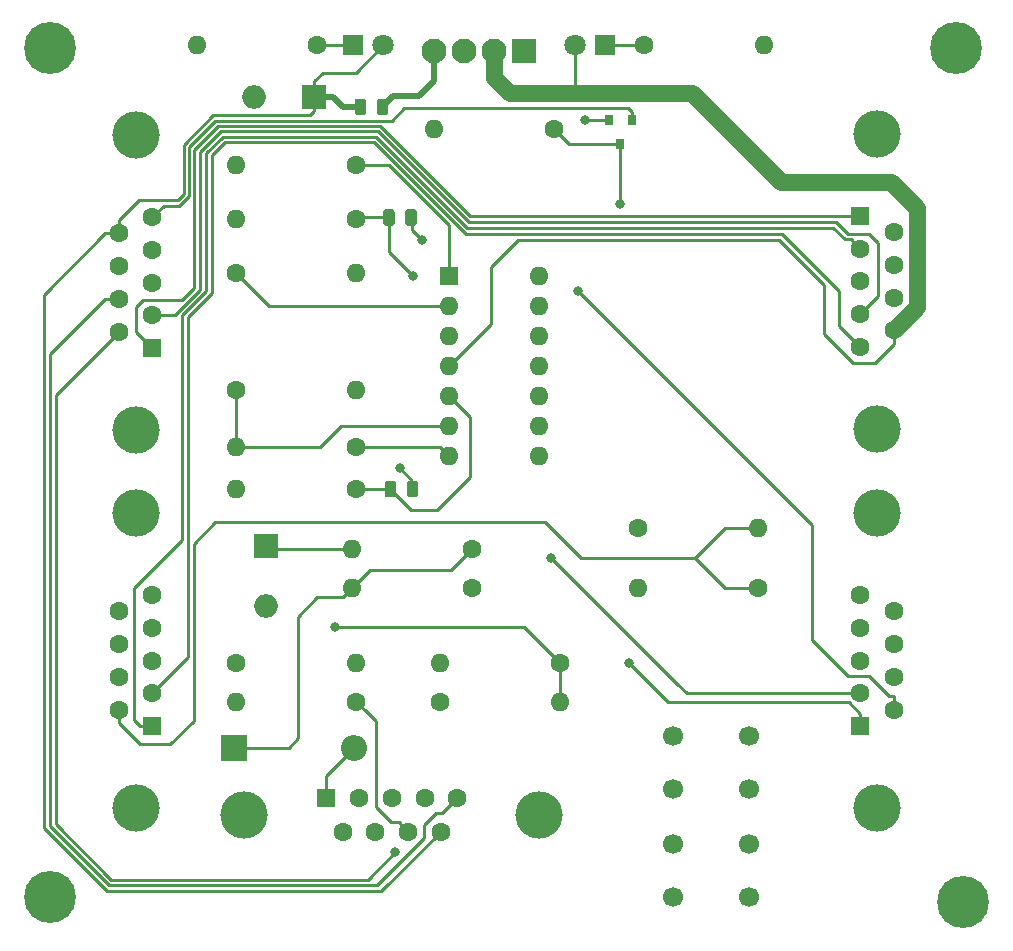
<source format=gbr>
G04 #@! TF.GenerationSoftware,KiCad,Pcbnew,(5.1.5)-3*
G04 #@! TF.CreationDate,2020-03-14T12:37:38-04:00*
G04 #@! TF.ProjectId,CB3,4342332e-6b69-4636-9164-5f7063625858,rev?*
G04 #@! TF.SameCoordinates,Original*
G04 #@! TF.FileFunction,Copper,L1,Top*
G04 #@! TF.FilePolarity,Positive*
%FSLAX46Y46*%
G04 Gerber Fmt 4.6, Leading zero omitted, Abs format (unit mm)*
G04 Created by KiCad (PCBNEW (5.1.5)-3) date 2020-03-14 12:37:38*
%MOMM*%
%LPD*%
G04 APERTURE LIST*
%ADD10C,0.100000*%
%ADD11O,1.600000X1.600000*%
%ADD12C,1.600000*%
%ADD13C,1.800000*%
%ADD14R,1.800000X1.800000*%
%ADD15O,2.000000X2.000000*%
%ADD16R,2.000000X2.000000*%
%ADD17O,2.200000X2.200000*%
%ADD18R,2.200000X2.200000*%
%ADD19R,1.600000X1.600000*%
%ADD20C,4.000000*%
%ADD21R,0.800000X0.900000*%
%ADD22C,2.100000*%
%ADD23R,2.100000X2.100000*%
%ADD24C,1.700000*%
%ADD25C,4.400000*%
%ADD26C,0.800000*%
%ADD27C,0.250000*%
%ADD28C,0.500000*%
%ADD29C,1.400000*%
G04 APERTURE END LIST*
G04 #@! TA.AperFunction,SMDPad,CuDef*
D10*
G36*
X106107142Y-46443574D02*
G01*
X106130803Y-46447084D01*
X106154007Y-46452896D01*
X106176529Y-46460954D01*
X106198153Y-46471182D01*
X106218670Y-46483479D01*
X106237883Y-46497729D01*
X106255607Y-46513793D01*
X106271671Y-46531517D01*
X106285921Y-46550730D01*
X106298218Y-46571247D01*
X106308446Y-46592871D01*
X106316504Y-46615393D01*
X106322316Y-46638597D01*
X106325826Y-46662258D01*
X106327000Y-46686150D01*
X106327000Y-47598650D01*
X106325826Y-47622542D01*
X106322316Y-47646203D01*
X106316504Y-47669407D01*
X106308446Y-47691929D01*
X106298218Y-47713553D01*
X106285921Y-47734070D01*
X106271671Y-47753283D01*
X106255607Y-47771007D01*
X106237883Y-47787071D01*
X106218670Y-47801321D01*
X106198153Y-47813618D01*
X106176529Y-47823846D01*
X106154007Y-47831904D01*
X106130803Y-47837716D01*
X106107142Y-47841226D01*
X106083250Y-47842400D01*
X105595750Y-47842400D01*
X105571858Y-47841226D01*
X105548197Y-47837716D01*
X105524993Y-47831904D01*
X105502471Y-47823846D01*
X105480847Y-47813618D01*
X105460330Y-47801321D01*
X105441117Y-47787071D01*
X105423393Y-47771007D01*
X105407329Y-47753283D01*
X105393079Y-47734070D01*
X105380782Y-47713553D01*
X105370554Y-47691929D01*
X105362496Y-47669407D01*
X105356684Y-47646203D01*
X105353174Y-47622542D01*
X105352000Y-47598650D01*
X105352000Y-46686150D01*
X105353174Y-46662258D01*
X105356684Y-46638597D01*
X105362496Y-46615393D01*
X105370554Y-46592871D01*
X105380782Y-46571247D01*
X105393079Y-46550730D01*
X105407329Y-46531517D01*
X105423393Y-46513793D01*
X105441117Y-46497729D01*
X105460330Y-46483479D01*
X105480847Y-46471182D01*
X105502471Y-46460954D01*
X105524993Y-46452896D01*
X105548197Y-46447084D01*
X105571858Y-46443574D01*
X105595750Y-46442400D01*
X106083250Y-46442400D01*
X106107142Y-46443574D01*
G37*
G04 #@! TD.AperFunction*
G04 #@! TA.AperFunction,SMDPad,CuDef*
G36*
X104232142Y-46443574D02*
G01*
X104255803Y-46447084D01*
X104279007Y-46452896D01*
X104301529Y-46460954D01*
X104323153Y-46471182D01*
X104343670Y-46483479D01*
X104362883Y-46497729D01*
X104380607Y-46513793D01*
X104396671Y-46531517D01*
X104410921Y-46550730D01*
X104423218Y-46571247D01*
X104433446Y-46592871D01*
X104441504Y-46615393D01*
X104447316Y-46638597D01*
X104450826Y-46662258D01*
X104452000Y-46686150D01*
X104452000Y-47598650D01*
X104450826Y-47622542D01*
X104447316Y-47646203D01*
X104441504Y-47669407D01*
X104433446Y-47691929D01*
X104423218Y-47713553D01*
X104410921Y-47734070D01*
X104396671Y-47753283D01*
X104380607Y-47771007D01*
X104362883Y-47787071D01*
X104343670Y-47801321D01*
X104323153Y-47813618D01*
X104301529Y-47823846D01*
X104279007Y-47831904D01*
X104255803Y-47837716D01*
X104232142Y-47841226D01*
X104208250Y-47842400D01*
X103720750Y-47842400D01*
X103696858Y-47841226D01*
X103673197Y-47837716D01*
X103649993Y-47831904D01*
X103627471Y-47823846D01*
X103605847Y-47813618D01*
X103585330Y-47801321D01*
X103566117Y-47787071D01*
X103548393Y-47771007D01*
X103532329Y-47753283D01*
X103518079Y-47734070D01*
X103505782Y-47713553D01*
X103495554Y-47691929D01*
X103487496Y-47669407D01*
X103481684Y-47646203D01*
X103478174Y-47622542D01*
X103477000Y-47598650D01*
X103477000Y-46686150D01*
X103478174Y-46662258D01*
X103481684Y-46638597D01*
X103487496Y-46615393D01*
X103495554Y-46592871D01*
X103505782Y-46571247D01*
X103518079Y-46550730D01*
X103532329Y-46531517D01*
X103548393Y-46513793D01*
X103566117Y-46497729D01*
X103585330Y-46483479D01*
X103605847Y-46471182D01*
X103627471Y-46460954D01*
X103649993Y-46452896D01*
X103673197Y-46447084D01*
X103696858Y-46443574D01*
X103720750Y-46442400D01*
X104208250Y-46442400D01*
X104232142Y-46443574D01*
G37*
G04 #@! TD.AperFunction*
D11*
X138176000Y-41910000D03*
D12*
X128016000Y-41910000D03*
D11*
X90170000Y-41910000D03*
D12*
X100330000Y-41910000D03*
D13*
X122174000Y-41910000D03*
D14*
X124714000Y-41910000D03*
D13*
X105918000Y-41910000D03*
D14*
X103378000Y-41910000D03*
D15*
X94996000Y-46278800D03*
D16*
X100076000Y-46278800D03*
D17*
X103460000Y-101400000D03*
D18*
X93300000Y-101400000D03*
D15*
X96000000Y-89380000D03*
D16*
X96000000Y-84300000D03*
D19*
X86360000Y-67564000D03*
D12*
X86360000Y-64794000D03*
X86360000Y-62024000D03*
X86360000Y-59254000D03*
X86360000Y-56484000D03*
X83520000Y-66179000D03*
X83520000Y-63409000D03*
X83520000Y-60639000D03*
X83520000Y-57869000D03*
D20*
X84940000Y-49524000D03*
X84940000Y-74524000D03*
D21*
X125984000Y-50276000D03*
X125034000Y-48276000D03*
X126934000Y-48276000D03*
D19*
X146304000Y-56388000D03*
D12*
X146304000Y-59158000D03*
X146304000Y-61928000D03*
X146304000Y-64698000D03*
X146304000Y-67468000D03*
X149144000Y-57773000D03*
X149144000Y-60543000D03*
X149144000Y-63313000D03*
X149144000Y-66083000D03*
D20*
X147724000Y-74428000D03*
X147724000Y-49428000D03*
D19*
X111506000Y-61468000D03*
D11*
X119126000Y-76708000D03*
X111506000Y-64008000D03*
X119126000Y-74168000D03*
X111506000Y-66548000D03*
X119126000Y-71628000D03*
X111506000Y-69088000D03*
X119126000Y-69088000D03*
X111506000Y-71628000D03*
X119126000Y-66548000D03*
X111506000Y-74168000D03*
X119126000Y-64008000D03*
X111506000Y-76708000D03*
X119126000Y-61468000D03*
D22*
X110236000Y-42418000D03*
X112776000Y-42418000D03*
X115316000Y-42418000D03*
D23*
X117856000Y-42418000D03*
G04 #@! TA.AperFunction,SMDPad,CuDef*
D10*
G36*
X108520142Y-55816174D02*
G01*
X108543803Y-55819684D01*
X108567007Y-55825496D01*
X108589529Y-55833554D01*
X108611153Y-55843782D01*
X108631670Y-55856079D01*
X108650883Y-55870329D01*
X108668607Y-55886393D01*
X108684671Y-55904117D01*
X108698921Y-55923330D01*
X108711218Y-55943847D01*
X108721446Y-55965471D01*
X108729504Y-55987993D01*
X108735316Y-56011197D01*
X108738826Y-56034858D01*
X108740000Y-56058750D01*
X108740000Y-56971250D01*
X108738826Y-56995142D01*
X108735316Y-57018803D01*
X108729504Y-57042007D01*
X108721446Y-57064529D01*
X108711218Y-57086153D01*
X108698921Y-57106670D01*
X108684671Y-57125883D01*
X108668607Y-57143607D01*
X108650883Y-57159671D01*
X108631670Y-57173921D01*
X108611153Y-57186218D01*
X108589529Y-57196446D01*
X108567007Y-57204504D01*
X108543803Y-57210316D01*
X108520142Y-57213826D01*
X108496250Y-57215000D01*
X108008750Y-57215000D01*
X107984858Y-57213826D01*
X107961197Y-57210316D01*
X107937993Y-57204504D01*
X107915471Y-57196446D01*
X107893847Y-57186218D01*
X107873330Y-57173921D01*
X107854117Y-57159671D01*
X107836393Y-57143607D01*
X107820329Y-57125883D01*
X107806079Y-57106670D01*
X107793782Y-57086153D01*
X107783554Y-57064529D01*
X107775496Y-57042007D01*
X107769684Y-57018803D01*
X107766174Y-56995142D01*
X107765000Y-56971250D01*
X107765000Y-56058750D01*
X107766174Y-56034858D01*
X107769684Y-56011197D01*
X107775496Y-55987993D01*
X107783554Y-55965471D01*
X107793782Y-55943847D01*
X107806079Y-55923330D01*
X107820329Y-55904117D01*
X107836393Y-55886393D01*
X107854117Y-55870329D01*
X107873330Y-55856079D01*
X107893847Y-55843782D01*
X107915471Y-55833554D01*
X107937993Y-55825496D01*
X107961197Y-55819684D01*
X107984858Y-55816174D01*
X108008750Y-55815000D01*
X108496250Y-55815000D01*
X108520142Y-55816174D01*
G37*
G04 #@! TD.AperFunction*
G04 #@! TA.AperFunction,SMDPad,CuDef*
G36*
X106645142Y-55816174D02*
G01*
X106668803Y-55819684D01*
X106692007Y-55825496D01*
X106714529Y-55833554D01*
X106736153Y-55843782D01*
X106756670Y-55856079D01*
X106775883Y-55870329D01*
X106793607Y-55886393D01*
X106809671Y-55904117D01*
X106823921Y-55923330D01*
X106836218Y-55943847D01*
X106846446Y-55965471D01*
X106854504Y-55987993D01*
X106860316Y-56011197D01*
X106863826Y-56034858D01*
X106865000Y-56058750D01*
X106865000Y-56971250D01*
X106863826Y-56995142D01*
X106860316Y-57018803D01*
X106854504Y-57042007D01*
X106846446Y-57064529D01*
X106836218Y-57086153D01*
X106823921Y-57106670D01*
X106809671Y-57125883D01*
X106793607Y-57143607D01*
X106775883Y-57159671D01*
X106756670Y-57173921D01*
X106736153Y-57186218D01*
X106714529Y-57196446D01*
X106692007Y-57204504D01*
X106668803Y-57210316D01*
X106645142Y-57213826D01*
X106621250Y-57215000D01*
X106133750Y-57215000D01*
X106109858Y-57213826D01*
X106086197Y-57210316D01*
X106062993Y-57204504D01*
X106040471Y-57196446D01*
X106018847Y-57186218D01*
X105998330Y-57173921D01*
X105979117Y-57159671D01*
X105961393Y-57143607D01*
X105945329Y-57125883D01*
X105931079Y-57106670D01*
X105918782Y-57086153D01*
X105908554Y-57064529D01*
X105900496Y-57042007D01*
X105894684Y-57018803D01*
X105891174Y-56995142D01*
X105890000Y-56971250D01*
X105890000Y-56058750D01*
X105891174Y-56034858D01*
X105894684Y-56011197D01*
X105900496Y-55987993D01*
X105908554Y-55965471D01*
X105918782Y-55943847D01*
X105931079Y-55923330D01*
X105945329Y-55904117D01*
X105961393Y-55886393D01*
X105979117Y-55870329D01*
X105998330Y-55856079D01*
X106018847Y-55843782D01*
X106040471Y-55833554D01*
X106062993Y-55825496D01*
X106086197Y-55819684D01*
X106109858Y-55816174D01*
X106133750Y-55815000D01*
X106621250Y-55815000D01*
X106645142Y-55816174D01*
G37*
G04 #@! TD.AperFunction*
G04 #@! TA.AperFunction,SMDPad,CuDef*
G36*
X108647142Y-78803174D02*
G01*
X108670803Y-78806684D01*
X108694007Y-78812496D01*
X108716529Y-78820554D01*
X108738153Y-78830782D01*
X108758670Y-78843079D01*
X108777883Y-78857329D01*
X108795607Y-78873393D01*
X108811671Y-78891117D01*
X108825921Y-78910330D01*
X108838218Y-78930847D01*
X108848446Y-78952471D01*
X108856504Y-78974993D01*
X108862316Y-78998197D01*
X108865826Y-79021858D01*
X108867000Y-79045750D01*
X108867000Y-79958250D01*
X108865826Y-79982142D01*
X108862316Y-80005803D01*
X108856504Y-80029007D01*
X108848446Y-80051529D01*
X108838218Y-80073153D01*
X108825921Y-80093670D01*
X108811671Y-80112883D01*
X108795607Y-80130607D01*
X108777883Y-80146671D01*
X108758670Y-80160921D01*
X108738153Y-80173218D01*
X108716529Y-80183446D01*
X108694007Y-80191504D01*
X108670803Y-80197316D01*
X108647142Y-80200826D01*
X108623250Y-80202000D01*
X108135750Y-80202000D01*
X108111858Y-80200826D01*
X108088197Y-80197316D01*
X108064993Y-80191504D01*
X108042471Y-80183446D01*
X108020847Y-80173218D01*
X108000330Y-80160921D01*
X107981117Y-80146671D01*
X107963393Y-80130607D01*
X107947329Y-80112883D01*
X107933079Y-80093670D01*
X107920782Y-80073153D01*
X107910554Y-80051529D01*
X107902496Y-80029007D01*
X107896684Y-80005803D01*
X107893174Y-79982142D01*
X107892000Y-79958250D01*
X107892000Y-79045750D01*
X107893174Y-79021858D01*
X107896684Y-78998197D01*
X107902496Y-78974993D01*
X107910554Y-78952471D01*
X107920782Y-78930847D01*
X107933079Y-78910330D01*
X107947329Y-78891117D01*
X107963393Y-78873393D01*
X107981117Y-78857329D01*
X108000330Y-78843079D01*
X108020847Y-78830782D01*
X108042471Y-78820554D01*
X108064993Y-78812496D01*
X108088197Y-78806684D01*
X108111858Y-78803174D01*
X108135750Y-78802000D01*
X108623250Y-78802000D01*
X108647142Y-78803174D01*
G37*
G04 #@! TD.AperFunction*
G04 #@! TA.AperFunction,SMDPad,CuDef*
G36*
X106772142Y-78803174D02*
G01*
X106795803Y-78806684D01*
X106819007Y-78812496D01*
X106841529Y-78820554D01*
X106863153Y-78830782D01*
X106883670Y-78843079D01*
X106902883Y-78857329D01*
X106920607Y-78873393D01*
X106936671Y-78891117D01*
X106950921Y-78910330D01*
X106963218Y-78930847D01*
X106973446Y-78952471D01*
X106981504Y-78974993D01*
X106987316Y-78998197D01*
X106990826Y-79021858D01*
X106992000Y-79045750D01*
X106992000Y-79958250D01*
X106990826Y-79982142D01*
X106987316Y-80005803D01*
X106981504Y-80029007D01*
X106973446Y-80051529D01*
X106963218Y-80073153D01*
X106950921Y-80093670D01*
X106936671Y-80112883D01*
X106920607Y-80130607D01*
X106902883Y-80146671D01*
X106883670Y-80160921D01*
X106863153Y-80173218D01*
X106841529Y-80183446D01*
X106819007Y-80191504D01*
X106795803Y-80197316D01*
X106772142Y-80200826D01*
X106748250Y-80202000D01*
X106260750Y-80202000D01*
X106236858Y-80200826D01*
X106213197Y-80197316D01*
X106189993Y-80191504D01*
X106167471Y-80183446D01*
X106145847Y-80173218D01*
X106125330Y-80160921D01*
X106106117Y-80146671D01*
X106088393Y-80130607D01*
X106072329Y-80112883D01*
X106058079Y-80093670D01*
X106045782Y-80073153D01*
X106035554Y-80051529D01*
X106027496Y-80029007D01*
X106021684Y-80005803D01*
X106018174Y-79982142D01*
X106017000Y-79958250D01*
X106017000Y-79045750D01*
X106018174Y-79021858D01*
X106021684Y-78998197D01*
X106027496Y-78974993D01*
X106035554Y-78952471D01*
X106045782Y-78930847D01*
X106058079Y-78910330D01*
X106072329Y-78891117D01*
X106088393Y-78873393D01*
X106106117Y-78857329D01*
X106125330Y-78843079D01*
X106145847Y-78830782D01*
X106167471Y-78820554D01*
X106189993Y-78812496D01*
X106213197Y-78806684D01*
X106236858Y-78803174D01*
X106260750Y-78802000D01*
X106748250Y-78802000D01*
X106772142Y-78803174D01*
G37*
G04 #@! TD.AperFunction*
D24*
X130406000Y-100402000D03*
X136906000Y-100402000D03*
X130406000Y-104902000D03*
X136906000Y-104902000D03*
X130406000Y-109546000D03*
X136906000Y-109546000D03*
X130406000Y-114046000D03*
X136906000Y-114046000D03*
D11*
X137668000Y-82804000D03*
D12*
X127508000Y-82804000D03*
D11*
X127508000Y-87884000D03*
D12*
X137668000Y-87884000D03*
D11*
X110236000Y-49022000D03*
D12*
X120396000Y-49022000D03*
D11*
X120904000Y-97536000D03*
D12*
X110744000Y-97536000D03*
D11*
X93472000Y-52070000D03*
D12*
X103632000Y-52070000D03*
D11*
X103632000Y-61214000D03*
D12*
X93472000Y-61214000D03*
D11*
X93472000Y-56642000D03*
D12*
X103632000Y-56642000D03*
D11*
X93472000Y-97536000D03*
D12*
X103632000Y-97536000D03*
D11*
X110744000Y-94234000D03*
D12*
X120904000Y-94234000D03*
D11*
X103632000Y-71120000D03*
D12*
X93472000Y-71120000D03*
D11*
X93472000Y-75946000D03*
D12*
X103632000Y-75946000D03*
D11*
X93472000Y-79502000D03*
D12*
X103632000Y-79502000D03*
D11*
X103632000Y-94234000D03*
D12*
X93472000Y-94234000D03*
D11*
X103272000Y-87884000D03*
D12*
X113432000Y-87884000D03*
D11*
X103272000Y-84582000D03*
D12*
X113432000Y-84582000D03*
D19*
X146304000Y-99568000D03*
D12*
X146304000Y-96798000D03*
X146304000Y-94028000D03*
X146304000Y-91258000D03*
X146304000Y-88488000D03*
X149144000Y-98183000D03*
X149144000Y-95413000D03*
X149144000Y-92643000D03*
X149144000Y-89873000D03*
D20*
X147724000Y-106528000D03*
X147724000Y-81528000D03*
D19*
X101092000Y-105664000D03*
D12*
X103862000Y-105664000D03*
X106632000Y-105664000D03*
X109402000Y-105664000D03*
X112172000Y-105664000D03*
X102477000Y-108504000D03*
X105247000Y-108504000D03*
X108017000Y-108504000D03*
X110787000Y-108504000D03*
D20*
X94132000Y-107084000D03*
X119132000Y-107084000D03*
D19*
X86360000Y-99568000D03*
D12*
X86360000Y-96798000D03*
X86360000Y-94028000D03*
X86360000Y-91258000D03*
X86360000Y-88488000D03*
X83520000Y-98183000D03*
X83520000Y-95413000D03*
X83520000Y-92643000D03*
X83520000Y-89873000D03*
D20*
X84940000Y-81528000D03*
X84940000Y-106528000D03*
D25*
X154432000Y-42164000D03*
X155000000Y-114500000D03*
X77700000Y-114050000D03*
X77700000Y-42200000D03*
D26*
X126746000Y-94234000D03*
X106934000Y-110236000D03*
X101854000Y-91186000D03*
X125984000Y-55372000D03*
X122428000Y-62738000D03*
X120142000Y-85344000D03*
X108458000Y-61468000D03*
X107315000Y-77737500D03*
X109220000Y-58420000D03*
X122952000Y-48276000D03*
D27*
X146304000Y-98518000D02*
X146304000Y-99568000D01*
X145322000Y-97536000D02*
X146304000Y-98518000D01*
X130048000Y-97536000D02*
X145322000Y-97536000D01*
X126746000Y-94234000D02*
X130048000Y-97536000D01*
X110902000Y-106934000D02*
X112172000Y-105664000D01*
X110363000Y-106934000D02*
X110902000Y-106934000D01*
X109347000Y-107950000D02*
X110363000Y-106934000D01*
X109347000Y-109093000D02*
X109347000Y-107950000D01*
X105410000Y-113030000D02*
X109347000Y-109093000D01*
X82388630Y-63409000D02*
X77724000Y-68073630D01*
X77724000Y-68073630D02*
X77724000Y-108075590D01*
X83520000Y-63409000D02*
X82388630Y-63409000D01*
X82678410Y-113030000D02*
X105410000Y-113030000D01*
X77724000Y-108075590D02*
X82678410Y-113030000D01*
X83520000Y-66179000D02*
X78174010Y-71524990D01*
X78174010Y-71524990D02*
X78174010Y-107889190D01*
X78174010Y-107889190D02*
X82864810Y-112579990D01*
X82864810Y-112579990D02*
X104336010Y-112579990D01*
X104336010Y-112579990D02*
X104590010Y-112579990D01*
X104590010Y-112579990D02*
X106934000Y-110236000D01*
X106934000Y-110236000D02*
X106934000Y-110236000D01*
X126934000Y-47576000D02*
X126934000Y-48276000D01*
X91682009Y-48317991D02*
X106622009Y-48317991D01*
X89465990Y-50534010D02*
X91682009Y-48317991D01*
X87309990Y-55534010D02*
X86360000Y-56484000D01*
X88602400Y-55534010D02*
X87309990Y-55534010D01*
X89465990Y-54670420D02*
X88602400Y-55534010D01*
X89465990Y-50534010D02*
X89465990Y-54670420D01*
X126934000Y-47576000D02*
X126602000Y-47244000D01*
X107696000Y-47244000D02*
X106622009Y-48317991D01*
X126602000Y-47244000D02*
X107696000Y-47244000D01*
X147828000Y-63174000D02*
X146304000Y-64698000D01*
X90424000Y-50928410D02*
X92134400Y-49218010D01*
X92134400Y-49218010D02*
X105477600Y-49218010D01*
X86360000Y-64794000D02*
X88242410Y-64794000D01*
X113155590Y-56896000D02*
X144272000Y-56896000D01*
X147828000Y-58674000D02*
X147828000Y-63174000D01*
X88242410Y-64794000D02*
X90424000Y-62612410D01*
X105477600Y-49218010D02*
X113155590Y-56896000D01*
X144272000Y-56896000D02*
X145288000Y-57912000D01*
X90424000Y-62612410D02*
X90424000Y-50928410D01*
X147066000Y-57912000D02*
X147828000Y-58674000D01*
X145288000Y-57912000D02*
X147066000Y-57912000D01*
X89916000Y-50800000D02*
X91948000Y-48768000D01*
X113284000Y-56388000D02*
X146304000Y-56388000D01*
X89916000Y-62484000D02*
X89916000Y-50800000D01*
X88900000Y-63500000D02*
X89916000Y-62484000D01*
X86360000Y-67560000D02*
X85000000Y-66200000D01*
X86360000Y-67564000D02*
X86360000Y-67560000D01*
X85600000Y-63500000D02*
X88900000Y-63500000D01*
X91948000Y-48768000D02*
X105664000Y-48768000D01*
X85000000Y-66200000D02*
X85000000Y-64100000D01*
X105664000Y-48768000D02*
X113284000Y-56388000D01*
X85000000Y-64100000D02*
X85600000Y-63500000D01*
X96282000Y-84582000D02*
X96000000Y-84300000D01*
X103272000Y-84582000D02*
X96282000Y-84582000D01*
X83520000Y-99314370D02*
X83520000Y-98183000D01*
X85297630Y-101092000D02*
X83520000Y-99314370D01*
X87884000Y-101092000D02*
X85297630Y-101092000D01*
X89858010Y-99117990D02*
X87884000Y-101092000D01*
X132334000Y-85344000D02*
X122682000Y-85344000D01*
X91694000Y-82296000D02*
X89858010Y-84131990D01*
X89858010Y-84131990D02*
X89858010Y-99117990D01*
X122682000Y-85344000D02*
X119634000Y-82296000D01*
X119634000Y-82296000D02*
X91694000Y-82296000D01*
X134874000Y-82804000D02*
X132334000Y-85344000D01*
X137668000Y-82804000D02*
X134874000Y-82804000D01*
X134874000Y-87884000D02*
X132334000Y-85344000D01*
X137668000Y-87884000D02*
X134874000Y-87884000D01*
X117856000Y-91186000D02*
X120904000Y-94234000D01*
X101854000Y-91186000D02*
X117856000Y-91186000D01*
X120904000Y-94234000D02*
X120904000Y-97536000D01*
X144526000Y-65690000D02*
X146304000Y-67468000D01*
X112898770Y-57912000D02*
X139700000Y-57912000D01*
X105104800Y-50118030D02*
X112898770Y-57912000D01*
X92507200Y-50118030D02*
X105104800Y-50118030D01*
X139700000Y-57912000D02*
X144526000Y-62738000D01*
X86360000Y-96798000D02*
X89408000Y-93750000D01*
X144526000Y-62738000D02*
X144526000Y-65690000D01*
X89408000Y-64901230D02*
X91440000Y-62869230D01*
X89408000Y-93750000D02*
X89408000Y-64901230D01*
X91440000Y-51185230D02*
X92507200Y-50118030D01*
X91440000Y-62869230D02*
X91440000Y-51185230D01*
X85310000Y-99568000D02*
X86360000Y-99568000D01*
X84836000Y-99094000D02*
X85310000Y-99568000D01*
X84836000Y-87884000D02*
X84836000Y-99094000D01*
X88900000Y-83820000D02*
X84836000Y-87884000D01*
X144018000Y-57404000D02*
X113027180Y-57404000D01*
X144976010Y-58362010D02*
X144018000Y-57404000D01*
X88900000Y-64772820D02*
X88900000Y-83820000D01*
X146280000Y-59158000D02*
X145484010Y-58362010D01*
X113027180Y-57404000D02*
X105291200Y-49668020D01*
X146304000Y-59158000D02*
X146280000Y-59158000D01*
X145484010Y-58362010D02*
X144976010Y-58362010D01*
X105291200Y-49668020D02*
X92320800Y-49668020D01*
X92320800Y-49668020D02*
X90932000Y-51056820D01*
X90932000Y-51056820D02*
X90932000Y-62740820D01*
X90932000Y-62740820D02*
X88900000Y-64772820D01*
X103632000Y-97536000D02*
X104431999Y-98335999D01*
X104431999Y-98335999D02*
X105283000Y-99187000D01*
X106561001Y-107704001D02*
X105283000Y-106426000D01*
X107217001Y-107704001D02*
X106561001Y-107704001D01*
X108017000Y-108504000D02*
X107217001Y-107704001D01*
X105283000Y-106426000D02*
X105283000Y-99187000D01*
X101092000Y-103768000D02*
X103460000Y-101400000D01*
X101092000Y-105664000D02*
X101092000Y-103768000D01*
X121650000Y-50276000D02*
X125984000Y-50276000D01*
X120396000Y-49022000D02*
X121650000Y-50276000D01*
X125984000Y-50276000D02*
X125984000Y-50976000D01*
X125984000Y-50976000D02*
X125984000Y-55372000D01*
X125984000Y-55372000D02*
X125984000Y-55372000D01*
X103632000Y-52070000D02*
X106420360Y-52070000D01*
X111506000Y-57155640D02*
X111506000Y-61468000D01*
X106420360Y-52070000D02*
X111506000Y-57155640D01*
X122428000Y-62738000D02*
X122428000Y-62738000D01*
X149144000Y-97051630D02*
X149144000Y-98183000D01*
X142240000Y-82550000D02*
X142240000Y-92329000D01*
X122428000Y-62738000D02*
X142240000Y-82550000D01*
X145288000Y-95377000D02*
X147066000Y-95377000D01*
X148740630Y-97051630D02*
X149144000Y-97051630D01*
X147066000Y-95377000D02*
X148740630Y-97051630D01*
X142240000Y-92329000D02*
X145288000Y-95377000D01*
X110744000Y-75946000D02*
X111506000Y-76708000D01*
X103632000Y-75946000D02*
X110744000Y-75946000D01*
X130796001Y-95998001D02*
X120142000Y-85344000D01*
X120142000Y-85344000D02*
X120142000Y-85344000D01*
X131596000Y-96798000D02*
X130796001Y-95998001D01*
X146304000Y-96798000D02*
X131596000Y-96798000D01*
X102362000Y-74168000D02*
X111506000Y-74168000D01*
X93472000Y-75946000D02*
X100584000Y-75946000D01*
X100584000Y-75946000D02*
X102362000Y-74168000D01*
X93472000Y-75946000D02*
X93472000Y-71120000D01*
X106504500Y-79502000D02*
X103632000Y-79502000D01*
X108282500Y-81280000D02*
X106504500Y-79502000D01*
X110490000Y-81280000D02*
X108282500Y-81280000D01*
X113284000Y-78486000D02*
X110490000Y-81280000D01*
X111506000Y-71628000D02*
X113284000Y-73406000D01*
X113284000Y-73406000D02*
X113284000Y-78486000D01*
X108458000Y-61468000D02*
X106426000Y-59436000D01*
X106426000Y-59436000D02*
X106426000Y-59436000D01*
X103759000Y-56515000D02*
X103632000Y-56642000D01*
X106377500Y-56515000D02*
X103759000Y-56515000D01*
X106377500Y-59387500D02*
X106426000Y-59436000D01*
X106377500Y-56515000D02*
X106377500Y-59387500D01*
X96266000Y-64008000D02*
X111506000Y-64008000D01*
X93472000Y-61214000D02*
X96266000Y-64008000D01*
X108379500Y-78802000D02*
X107315000Y-77737500D01*
X108379500Y-79502000D02*
X108379500Y-78802000D01*
X107315000Y-77737500D02*
X107315000Y-77737500D01*
X108379500Y-56642000D02*
X108379500Y-57579500D01*
X108379500Y-57579500D02*
X109220000Y-58420000D01*
X109220000Y-58420000D02*
X109220000Y-58420000D01*
X125034000Y-48276000D02*
X122952000Y-48276000D01*
X122952000Y-48276000D02*
X122952000Y-48276000D01*
X104796000Y-86360000D02*
X103272000Y-87884000D01*
X113432000Y-84582000D02*
X111654000Y-86360000D01*
X111654000Y-86360000D02*
X104796000Y-86360000D01*
X102472001Y-88683999D02*
X100316001Y-88683999D01*
X103272000Y-87884000D02*
X102472001Y-88683999D01*
X100316001Y-88683999D02*
X98700000Y-90300000D01*
X98700000Y-90300000D02*
X98700000Y-100600000D01*
X97900000Y-101400000D02*
X93300000Y-101400000D01*
X98700000Y-100600000D02*
X97900000Y-101400000D01*
X102228000Y-41910000D02*
X100330000Y-41910000D01*
X103378000Y-41910000D02*
X102228000Y-41910000D01*
X124714000Y-41910000D02*
X128016000Y-41910000D01*
X82388630Y-57869000D02*
X77216000Y-63041630D01*
X83520000Y-57869000D02*
X82388630Y-57869000D01*
X77216000Y-63041630D02*
X77216000Y-108204000D01*
X77216000Y-108204000D02*
X82550000Y-113538000D01*
X105753000Y-113538000D02*
X110787000Y-108504000D01*
X82550000Y-113538000D02*
X105753000Y-113538000D01*
X89015981Y-50347609D02*
X91495609Y-47867981D01*
X89015980Y-50484020D02*
X89015981Y-50347609D01*
X89000000Y-50500000D02*
X89015980Y-50484020D01*
X83520000Y-56737630D02*
X85257630Y-55000000D01*
X85257630Y-55000000D02*
X88500000Y-55000000D01*
X88500000Y-55000000D02*
X89000000Y-54500000D01*
X83520000Y-57869000D02*
X83520000Y-56737630D01*
X89000000Y-54500000D02*
X89000000Y-50500000D01*
X91495609Y-47867981D02*
X99686019Y-47867981D01*
X100076000Y-47478000D02*
X100076000Y-46228000D01*
X99686019Y-47867981D02*
X100076000Y-47478000D01*
X100076000Y-44978000D02*
X100807200Y-44246800D01*
X100076000Y-46228000D02*
X100076000Y-44978000D01*
X103581200Y-44246800D02*
X105918000Y-41910000D01*
X100807200Y-44246800D02*
X103581200Y-44246800D01*
D28*
X103964500Y-47142400D02*
X102514400Y-47142400D01*
X101650800Y-46278800D02*
X100076000Y-46278800D01*
X102514400Y-47142400D02*
X101650800Y-46278800D01*
D27*
X149144000Y-67214370D02*
X149144000Y-66083000D01*
X147558370Y-68800000D02*
X149144000Y-67214370D01*
X145700000Y-68800000D02*
X147558370Y-68800000D01*
X143256000Y-66356000D02*
X145700000Y-68800000D01*
X115062000Y-65532000D02*
X115062000Y-60706000D01*
X111506000Y-69088000D02*
X115062000Y-65532000D01*
X115062000Y-60706000D02*
X117348000Y-58420000D01*
X143256000Y-62230000D02*
X143256000Y-66356000D01*
X139446000Y-58420000D02*
X143256000Y-62230000D01*
X117348000Y-58420000D02*
X139446000Y-58420000D01*
X122174000Y-45974000D02*
X122174000Y-41910000D01*
D29*
X122174000Y-45974000D02*
X116613076Y-45974000D01*
X115316000Y-44676924D02*
X116613076Y-45974000D01*
X115316000Y-42418000D02*
X115316000Y-44676924D01*
X149943999Y-65283001D02*
X149144000Y-66083000D01*
X149943999Y-65256001D02*
X149943999Y-65283001D01*
X151100000Y-64100000D02*
X149943999Y-65256001D01*
X122174000Y-45974000D02*
X132074000Y-45974000D01*
X139600000Y-53500000D02*
X148900000Y-53500000D01*
X148900000Y-53500000D02*
X151100000Y-55700000D01*
X132074000Y-45974000D02*
X139600000Y-53500000D01*
X151100000Y-55700000D02*
X151100000Y-64100000D01*
D27*
X109728000Y-41910000D02*
X110236000Y-42418000D01*
D28*
X110236000Y-44958000D02*
X110236000Y-42418000D01*
X108966000Y-46228000D02*
X110236000Y-44958000D01*
X106753900Y-46228000D02*
X105839500Y-47142400D01*
X108966000Y-46228000D02*
X106753900Y-46228000D01*
M02*

</source>
